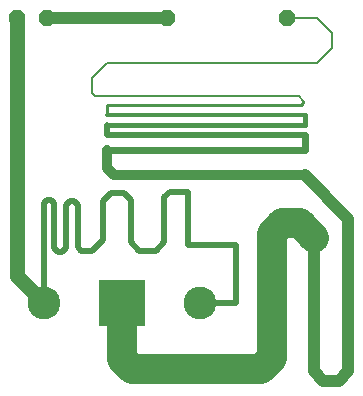
<source format=gbr>
G04 EAGLE Gerber RS-274X export*
G75*
%MOMM*%
%FSLAX34Y34*%
%LPD*%
%INTop Copper*%
%IPPOS*%
%AMOC8*
5,1,8,0,0,1.08239X$1,22.5*%
G01*
%ADD10C,2.775000*%
%ADD11R,3.960000X3.960000*%
%ADD12P,1.429621X8X22.500000*%
%ADD13P,1.429621X8X202.500000*%
%ADD14C,0.152400*%
%ADD15C,0.200000*%
%ADD16C,0.254000*%
%ADD17C,0.304800*%
%ADD18C,0.406400*%
%ADD19C,0.508000*%
%ADD20C,0.609600*%
%ADD21C,0.812800*%
%ADD22C,1.016000*%
%ADD23C,2.540000*%
%ADD24C,1.270000*%


D10*
X227550Y94900D03*
X95450Y94900D03*
D11*
X161500Y94900D03*
D12*
X72600Y336200D03*
X98000Y336200D03*
D13*
X301200Y336200D03*
X199600Y336200D03*
D14*
X301200Y336200D02*
X326600Y336200D01*
X339300Y323500D01*
X339300Y310800D01*
X326600Y298100D01*
X148800Y298100D01*
D15*
X136100Y285400D01*
X136100Y272700D01*
X138800Y270000D01*
X311000Y270000D01*
X315000Y266000D01*
D16*
X315000Y264000D01*
X313000Y262000D01*
X149000Y262000D01*
X149000Y254000D01*
D17*
X316000Y254000D01*
D18*
X316000Y245000D01*
X149000Y245000D01*
D19*
X149000Y237000D01*
X316000Y237000D01*
D20*
X316000Y224000D01*
X149000Y224000D01*
D21*
X149000Y209000D01*
X155000Y203000D01*
X316000Y203000D01*
D22*
X353000Y166000D01*
X353000Y37000D01*
X345000Y29000D01*
X332000Y29000D01*
X324000Y37000D01*
X324000Y150000D01*
D23*
X312000Y162000D01*
X297000Y162000D01*
X288000Y153000D01*
X288000Y48000D01*
X279000Y39000D01*
X170000Y39000D01*
D14*
X161500Y47500D02*
X161000Y48000D01*
D23*
X161500Y47500D02*
X170000Y39000D01*
X161500Y47500D02*
X161500Y94900D01*
D22*
X199600Y336200D02*
X98000Y336200D01*
D24*
X72600Y336200D02*
X72600Y117750D01*
X95450Y94900D01*
D19*
X95450Y179450D01*
X98000Y182000D01*
X101000Y182000D01*
X104000Y179000D01*
X104000Y141000D01*
X107000Y138000D01*
X111000Y138000D02*
X114000Y141000D01*
X114000Y178000D01*
X117000Y181000D01*
X121000Y181000D01*
X124000Y178000D01*
X124000Y142000D02*
X127000Y139000D01*
X136000Y139000D01*
X145000Y148000D02*
X145000Y181000D01*
X152000Y188000D01*
X163000Y188000D01*
X169000Y182000D01*
X169000Y146000D02*
X176000Y139000D01*
X190000Y139000D01*
X197000Y146000D01*
X197000Y184000D01*
X202000Y189000D01*
X217000Y189000D01*
X217000Y144000D01*
X258000Y144000D01*
X258000Y95000D01*
D14*
X257900Y94900D01*
D19*
X227550Y94900D01*
X111000Y138000D02*
X107000Y138000D01*
X124000Y142000D02*
X124000Y178000D01*
X145000Y148000D02*
X136000Y139000D01*
X169000Y146000D02*
X169000Y182000D01*
M02*

</source>
